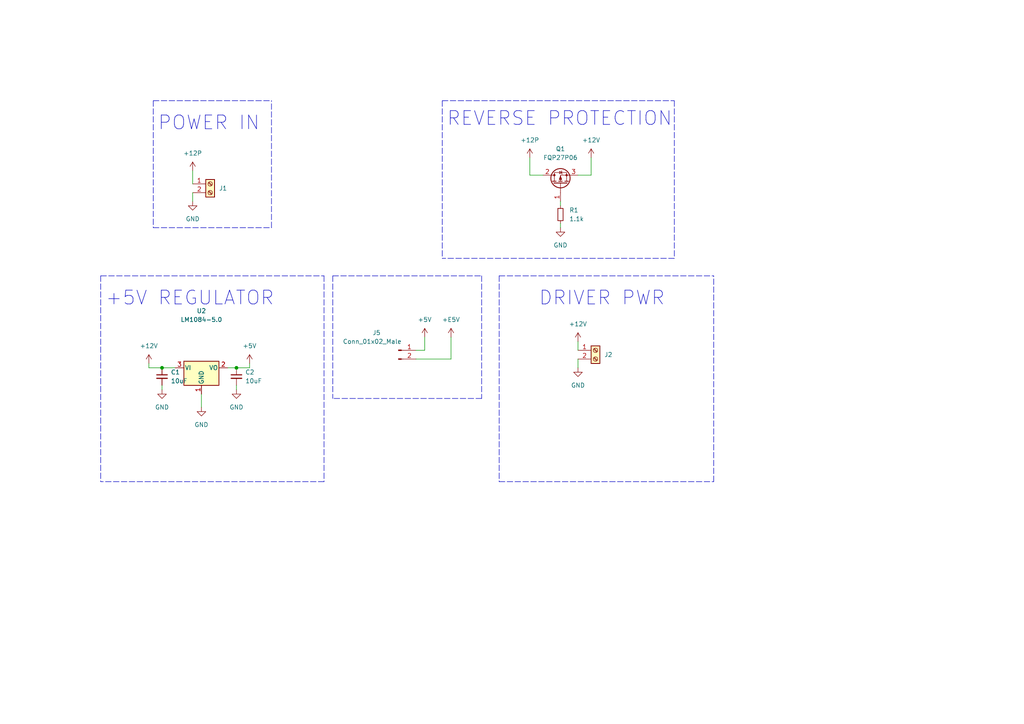
<source format=kicad_sch>
(kicad_sch (version 20211123) (generator eeschema)
  (paper "A4")
  (title_block (title "DOJO_ROBOT") (rev "1") (company "0804") (comment 1 "Drawn by MK"))
  (lib_symbols
    (symbol "Connector:Conn_01x02_Male" (pin_names (offset 1.016) hide)
      (property "Reference" "J" (at 0 2.54 0))
      (property "Value" "Conn_01x02_Male" (at 0 -5.08 0))
      (symbol "Conn_01x02_Male_1_1"
        (polyline (pts (xy 1.27 -2.54) (xy 0.8636 -2.54)) (stroke (width 0.1524)))
        (polyline (pts (xy 1.27 0) (xy 0.8636 0)) (stroke (width 0.1524)))
        (rectangle (start 0.8636 -2.413) (end 0 -2.667) (stroke (width 0.1524)) (fill (type outline)))
        (rectangle (start 0.8636 0.127) (end 0 -0.127) (stroke (width 0.1524)) (fill (type outline)))
        (pin passive line (at 5.08 0 180) (length 3.81) (name "Pin_1") (number "1"))
        (pin passive line (at 5.08 -2.54 180) (length 3.81) (name "Pin_2") (number "2"))
      )
    )
    (symbol "Connector:Screw_Terminal_01x02" (pin_names (offset 1.016) hide)
      (property "Reference" "J" (at 0 2.54 0))
      (property "Value" "Screw_Terminal_01x02" (at 0 -5.08 0))
      (symbol "Screw_Terminal_01x02_1_1"
        (rectangle (start -1.27 1.27) (end 1.27 -3.81) (stroke (width 0.254)) (fill (type background)))
        (circle (center 0 -2.54) (radius 0.635) (stroke (width 0.1524)))
        (polyline (pts (xy -0.5334 -2.2098) (xy 0.3302 -3.048)) (stroke (width 0.1524)))
        (polyline (pts (xy -0.5334 0.3302) (xy 0.3302 -0.508)) (stroke (width 0.1524)))
        (polyline (pts (xy -0.3556 -2.032) (xy 0.508 -2.8702)) (stroke (width 0.1524)))
        (polyline (pts (xy -0.3556 0.508) (xy 0.508 -0.3302)) (stroke (width 0.1524)))
        (circle (center 0 0) (radius 0.635) (stroke (width 0.1524)))
        (pin passive line (at -5.08 0 0) (length 3.81) (name "Pin_1") (number "1"))
        (pin passive line (at -5.08 -2.54 0) (length 3.81) (name "Pin_2") (number "2"))
      )
    )
    (symbol "Device:C_Small" (pin_numbers hide) (pin_names (offset 0.254) hide)
      (property "Reference" "C" (at 0.254 1.778 0))
      (property "Value" "C_Small" (at 0.254 -2.032 0))
      (symbol "C_Small_0_1"
        (polyline (pts (xy -1.524 -0.508) (xy 1.524 -0.508)) (stroke (width 0.3302)))
        (polyline (pts (xy -1.524 0.508) (xy 1.524 0.508)) (stroke (width 0.3048)))
      )
      (symbol "C_Small_1_1"
        (pin passive line (at 0 2.54 270) (length 2.032) (name "~") (number "1"))
        (pin passive line (at 0 -2.54 90) (length 2.032) (name "~") (number "2"))
      )
    )
    (symbol "Device:R_Small" (pin_numbers hide) (pin_names (offset 0.254) hide)
      (property "Reference" "R" (at 0.762 0.508 0))
      (property "Value" "R_Small" (at 0.762 -1.016 0))
      (symbol "R_Small_0_1"
        (rectangle (start -0.762 1.778) (end 0.762 -1.778) (stroke (width 0.2032)))
      )
      (symbol "R_Small_1_1"
        (pin passive line (at 0 2.54 270) (length 0.762) (name "~") (number "1"))
        (pin passive line (at 0 -2.54 90) (length 0.762) (name "~") (number "2"))
      )
    )
    (symbol "Regulator_Linear:LM1084-5.0" (pin_names (offset 0.254))
      (property "Reference" "U" (at -3.81 3.175 0))
      (property "Value" "LM1084-5.0" (at 0 3.175 0))
      (symbol "LM1084-5.0_0_1"
        (rectangle (start -5.08 1.905) (end 5.08 -5.08) (stroke (width 0.254)) (fill (type background)))
      )
      (symbol "LM1084-5.0_1_1"
        (pin power_in line (at 0 -7.62 90) (length 2.54) (name "GND") (number "1"))
        (pin power_out line (at 7.62 0 180) (length 2.54) (name "VO") (number "2"))
        (pin power_in line (at -7.62 0 0) (length 2.54) (name "VI") (number "3"))
      )
    )
    (symbol "Transistor_FET:FQP27P06" (pin_names hide)
      (property "Reference" "Q" (at 5.08 1.905 0))
      (property "Value" "FQP27P06" (at 5.08 0 0))
      (symbol "FQP27P06_0_1"
        (polyline (pts (xy 0.254 0) (xy -2.54 0)))
        (polyline (pts (xy 0.254 1.905) (xy 0.254 -1.905)) (stroke (width 0.254)))
        (polyline (pts (xy 0.762 -1.27) (xy 0.762 -2.286)) (stroke (width 0.254)))
        (polyline (pts (xy 0.762 0.508) (xy 0.762 -0.508)) (stroke (width 0.254)))
        (polyline (pts (xy 0.762 2.286) (xy 0.762 1.27)) (stroke (width 0.254)))
        (polyline (pts (xy 2.54 2.54) (xy 2.54 1.778)))
        (polyline (pts (xy 2.54 -2.54) (xy 2.54 0) (xy 0.762 0)))
        (polyline (pts (xy 0.762 1.778) (xy 3.302 1.778) (xy 3.302 -1.778) (xy 0.762 -1.778)))
        (polyline (pts (xy 2.286 0) (xy 1.27 0.381) (xy 1.27 -0.381) (xy 2.286 0)) (fill (type outline)))
        (polyline (pts (xy 2.794 -0.508) (xy 2.921 -0.381) (xy 3.683 -0.381) (xy 3.81 -0.254)))
        (polyline (pts (xy 3.302 -0.381) (xy 2.921 0.254) (xy 3.683 0.254) (xy 3.302 -0.381)))
        (circle (center 1.651 0) (radius 2.794) (stroke (width 0.254)))
        (circle (center 2.54 -1.778) (radius 0.254) (fill (type outline)))
        (circle (center 2.54 1.778) (radius 0.254) (fill (type outline)))
      )
      (symbol "FQP27P06_1_1"
        (pin input line (at -5.08 0 0) (length 2.54) (name "G") (number "1"))
        (pin passive line (at 2.54 5.08 270) (length 2.54) (name "D") (number "2"))
        (pin passive line (at 2.54 -5.08 90) (length 2.54) (name "S") (number "3"))
      )
    )
    (symbol "Userlibrary:+E5V" (power) (pin_names (offset 0))
      (property "Value" "+E5V" (at 0 5.08 0))
      (symbol "+E5V_0_1"
        (polyline (pts (xy -0.762 1.27) (xy 0 2.54)))
        (polyline (pts (xy 0 0) (xy 0 2.54)))
        (polyline (pts (xy 0 2.54) (xy 0.762 1.27)))
      )
      (symbol "+E5V_1_1"
        (pin power_in line (at 0 0 90) (length 0) hide (name "+E5V") (number "1"))
      )
    )
    (symbol "power:+12P" (power) (pin_names (offset 0))
      (property "Value" "+12P" (at 0 3.556 0))
      (symbol "+12P_0_1"
        (polyline (pts (xy -0.762 1.27) (xy 0 2.54)))
        (polyline (pts (xy 0 0) (xy 0 2.54)))
        (polyline (pts (xy 0 2.54) (xy 0.762 1.27)))
      )
      (symbol "+12P_1_1"
        (pin power_in line (at 0 0 90) (length 0) hide (name "+12P") (number "1"))
      )
    )
    (symbol "power:+12V" (power) (pin_names (offset 0))
      (property "Value" "+12V" (at 0 3.556 0))
      (symbol "+12V_0_1"
        (polyline (pts (xy -0.762 1.27) (xy 0 2.54)))
        (polyline (pts (xy 0 0) (xy 0 2.54)))
        (polyline (pts (xy 0 2.54) (xy 0.762 1.27)))
      )
      (symbol "+12V_1_1"
        (pin power_in line (at 0 0 90) (length 0) hide (name "+12V") (number "1"))
      )
    )
    (symbol "power:+5V" (power) (pin_names (offset 0))
      (property "Value" "+5V" (at 0 3.556 0))
      (symbol "+5V_0_1"
        (polyline (pts (xy -0.762 1.27) (xy 0 2.54)))
        (polyline (pts (xy 0 0) (xy 0 2.54)))
        (polyline (pts (xy 0 2.54) (xy 0.762 1.27)))
      )
      (symbol "+5V_1_1"
        (pin power_in line (at 0 0 90) (length 0) hide (name "+5V") (number "1"))
      )
    )
    (symbol "power:GND" (power) (pin_names (offset 0))
      (property "Value" "GND" (at 0 -3.81 0))
      (symbol "GND_0_1"
        (polyline (pts (xy 0 0) (xy 0 -1.27) (xy 1.27 -1.27) (xy 0 -2.54) (xy -1.27 -1.27) (xy 0 -1.27)))
      )
      (symbol "GND_1_1"
        (pin power_in line (at 0 0 270) (length 0) hide (name "GND") (number "1"))
      )
    )
  )
  (junction (at 68.58 106.68))
  (junction (at 46.99 106.68))
  (wire (pts (xy 43.18 105.41) (xy 43.18 106.68)))
  (wire (pts (xy 162.56 59.69) (xy 162.56 58.42)))
  (polyline (pts (xy 44.45 66.04) (xy 78.74 66.04)))
  (wire (pts (xy 167.64 50.8) (xy 171.45 50.8)))
  (polyline (pts (xy 139.7 115.57) (xy 96.52 115.57)))
  (polyline (pts (xy 29.21 80.01) (xy 93.98 80.01)))
  (polyline (pts (xy 96.52 80.01) (xy 96.52 115.57)))
  (polyline (pts (xy 93.98 139.7) (xy 29.21 139.7)))
  (polyline (pts (xy 195.58 74.93) (xy 128.27 74.93)))
  (polyline (pts (xy 195.58 29.21) (xy 195.58 74.93)))
  (wire (pts (xy 72.39 105.41) (xy 72.39 106.68)))
  (wire (pts (xy 167.64 99.06) (xy 167.64 101.6)))
  (wire (pts (xy 66.04 106.68) (xy 68.58 106.68)))
  (polyline (pts (xy 93.98 80.01) (xy 93.98 139.7)))
  (polyline (pts (xy 29.21 80.01) (xy 29.21 139.7)))
  (polyline (pts (xy 144.78 80.01) (xy 207.01 80.01)))
  (polyline (pts (xy 128.27 29.21) (xy 128.27 74.93)))
  (wire (pts (xy 162.56 66.04) (xy 162.56 64.77)))
  (wire (pts (xy 153.67 50.8) (xy 157.48 50.8)))
  (polyline (pts (xy 44.45 29.21) (xy 78.74 29.21)))
  (polyline (pts (xy 44.45 29.21) (xy 44.45 66.04)))
  (polyline (pts (xy 139.7 80.01) (xy 139.7 115.57)))
  (wire (pts (xy 130.81 104.14) (xy 120.65 104.14)))
  (polyline (pts (xy 207.01 139.7) (xy 207.01 80.01)))
  (polyline (pts (xy 144.78 80.01) (xy 144.78 139.7)))
  (wire (pts (xy 153.67 45.72) (xy 153.67 50.8)))
  (wire (pts (xy 72.39 106.68) (xy 68.58 106.68)))
  (wire (pts (xy 167.64 106.68) (xy 167.64 104.14)))
  (wire (pts (xy 58.42 118.11) (xy 58.42 114.3)))
  (polyline (pts (xy 78.74 66.04) (xy 78.74 29.21)))
  (wire (pts (xy 43.18 106.68) (xy 46.99 106.68)))
  (polyline (pts (xy 128.27 29.21) (xy 195.58 29.21)))
  (polyline (pts (xy 96.52 80.01) (xy 139.7 80.01)))
  (wire (pts (xy 46.99 106.68) (xy 50.8 106.68)))
  (wire (pts (xy 130.81 97.79) (xy 130.81 104.14)))
  (polyline (pts (xy 144.78 139.7) (xy 207.01 139.7)))
  (wire (pts (xy 55.88 58.42) (xy 55.88 55.88)))
  (wire (pts (xy 55.88 49.53) (xy 55.88 53.34)))
  (wire (pts (xy 120.65 101.6) (xy 123.19 101.6)))
  (wire (pts (xy 123.19 101.6) (xy 123.19 97.79)))
  (wire (pts (xy 46.99 113.03) (xy 46.99 111.76)))
  (wire (pts (xy 171.45 50.8) (xy 171.45 45.72)))
  (wire (pts (xy 68.58 113.03) (xy 68.58 111.76)))
  (text "+5V REGULATOR" (at 30.48 88.9 0) (effects (font (size 4 4)) (justify left bottom)))
  (text "REVERSE PROTECTION\n" (at 129.54 36.83 0) (effects (font (size 4 4)) (justify left bottom)))
  (text "DRIVER PWR\n" (at 156.21 88.9 0) (effects (font (size 4 4)) (justify left bottom)))
  (text "POWER IN\n" (at 45.72 38.1 0) (effects (font (size 4 4)) (justify left bottom)))
  (symbol (lib_id "Connector:Screw_Terminal_01x02") (at 172.72 101.6 0) (unit 1)
    (property "Reference" "J2" (at 175.26 102.8699 0) (effects (justify left)))
    (property "Value" "Screw_Terminal_01x02" (effects hide))
    (property "Footprint" "UserLibrary:TerminalBlock_Phoenix_MKDS-1,5-2-5.08_1x02_P5.08mm_Horizontal" (effects hide))
    (property "Nerokas link" "https://store.nerokas.co.ke/index.php?route=product/product&product_id=2056" (effects hide))
  )
  (symbol (lib_id "power:GND") (at 55.88 58.42 0) (unit 1)
    (property "Reference" "#PWR0113" (effects hide))
    (property "Value" "GND" (at 55.88 63.5 0))
  )
  (symbol (lib_id "Transistor_FET:FQP27P06") (at 162.56 53.34 90) (unit 1)
    (property "Reference" "Q1" (at 162.56 43.18 90))
    (property "Value" "FQP27P06" (at 162.56 45.72 90))
    (property "Footprint" "UserLibrary:TO-220-3_Vertical" (effects hide))
    (property "Datasheet" "https://www.onsemi.com/pub/Collateral/FQP27P06-D.PDF" (effects hide))
  )
  (symbol (lib_id "Connector:Screw_Terminal_01x02") (at 60.96 53.34 0) (unit 1)
    (property "Reference" "J1" (at 63.5 54.6099 0) (effects (justify left)))
    (property "Value" "Screw_Terminal_01x02" (effects hide))
    (property "Footprint" "UserLibrary:TerminalBlock_Phoenix_MKDS-1,5-2-5.08_1x02_P5.08mm_Horizontal" (effects hide))
    (property "Nerokas link" "https://store.nerokas.co.ke/index.php?route=product/product&product_id=2056" (effects hide))
  )
  (symbol (lib_id "Connector:Conn_01x02_Male") (at 115.57 101.6 0) (unit 1)
    (property "Reference" "J5" (at 109.22 96.52 0))
    (property "Value" "Conn_01x02_Male" (at 107.95 99.06 0))
    (property "Footprint" "UserLibrary:PinHeader_1x02_P2.54mm_Vertical" (effects hide))
  )
  (symbol (lib_id "Regulator_Linear:LM1084-5.0") (at 58.42 106.68 0) (unit 1)
    (property "Reference" "U2" (at 58.42 90.17 0))
    (property "Value" "LM1084-5.0" (at 58.42 92.71 0))
    (property "Footprint" "UserLibrary:TO-220-3_Vertical" (effects hide))
    (property "Datasheet" "http://www.ti.com/lit/ds/symlink/lm1084.pdf" (effects hide))
    (property "Nerokas link" "https://store.nerokas.co.ke/index.php?route=product/product&product_id=1933&search=LM1084&description=true" (effects hide))
  )
  (symbol (lib_id "power:GND") (at 68.58 113.03 0) (unit 1)
    (property "Reference" "#PWR0117" (effects hide))
    (property "Value" "GND" (at 68.58 118.11 0))
  )
  (symbol (lib_id "power:GND") (at 162.56 66.04 0) (unit 1)
    (property "Reference" "#PWR0110" (effects hide))
    (property "Value" "GND" (at 162.56 71.12 0))
  )
  (symbol (lib_id "power:GND") (at 58.42 118.11 0) (unit 1)
    (property "Reference" "#PWR0115" (effects hide))
    (property "Value" "GND" (at 58.42 123.19 0))
  )
  (symbol (lib_id "power:+5V") (at 123.19 97.79 0) (unit 1)
    (property "Reference" "#PWR02" (effects hide))
    (property "Value" "+5V" (at 123.19 92.71 0))
  )
  (symbol (lib_id "power:GND") (at 167.64 106.68 0) (unit 1)
    (property "Reference" "#PWR0107" (effects hide))
    (property "Value" "GND" (at 167.64 111.76 0))
  )
  (symbol (lib_id "power:GND") (at 46.99 113.03 0) (unit 1)
    (property "Reference" "#PWR0116" (effects hide))
    (property "Value" "GND" (at 46.99 118.11 0))
  )
  (symbol (lib_id "power:+12P") (at 153.67 45.72 0) (unit 1)
    (property "Reference" "#PWR0106" (effects hide))
    (property "Value" "+12P" (at 153.67 40.64 0))
  )
  (symbol (lib_id "Userlibrary:+E5V") (at 130.81 97.79 0) (unit 1)
    (property "Reference" "#PWR03" (effects hide))
    (property "Value" "+E5V" (at 130.81 92.71 0))
  )
  (symbol (lib_id "Device:C_Small") (at 68.58 109.22 0) (unit 1)
    (property "Reference" "C2" (at 71.12 107.9562 0) (effects (justify left)))
    (property "Value" "10uF" (at 71.12 110.4962 0) (effects (justify left)))
    (property "Footprint" "UserLibrary:CP_Radial_D5.0mm_P2.50mm" (effects hide))
    (property "Nerokas link" "https://store.nerokas.co.ke/index.php?route=product/product&product_id=961&search=10uF&description=true" (effects hide))
  )
  (symbol (lib_id "power:+5V") (at 72.39 105.41 0) (unit 1)
    (property "Reference" "#PWR0112" (effects hide))
    (property "Value" "+5V" (at 72.39 100.33 0))
  )
  (symbol (lib_id "power:+12V") (at 43.18 105.41 0) (unit 1)
    (property "Reference" "#PWR0114" (effects hide))
    (property "Value" "+12V" (at 43.18 100.33 0))
  )
  (symbol (lib_id "Device:R_Small") (at 162.56 62.23 0) (unit 1)
    (property "Reference" "R1" (at 165.1 60.9599 0) (effects (justify left)))
    (property "Value" "1.1k" (at 165.1 63.4999 0) (effects (justify left)))
    (property "Footprint" "UserLibrary:R_Axial_DIN0207_L6.3mm_D2.5mm_P10.16mm_Horizontal" (effects hide))
    (property "Nerokas link" "https://store.nerokas.co.ke/index.php?route=product/product&product_id=1565&search=1k+resistor&description=true" (effects hide))
  )
  (symbol (lib_id "power:+12P") (at 55.88 49.53 0) (unit 1)
    (property "Reference" "#PWR0111" (effects hide))
    (property "Value" "+12P" (at 55.88 44.45 0))
  )
  (symbol (lib_id "power:+12V") (at 171.45 45.72 0) (unit 1)
    (property "Reference" "#PWR0109" (effects hide))
    (property "Value" "+12V" (at 171.45 40.64 0))
  )
  (symbol (lib_id "Device:C_Small") (at 46.99 109.22 0) (unit 1)
    (property "Reference" "C1" (at 49.53 107.9562 0) (effects (justify left)))
    (property "Value" "10uF" (at 49.53 110.4962 0) (effects (justify left)))
    (property "Footprint" "UserLibrary:CP_Radial_D5.0mm_P2.50mm" (effects hide))
    (property "Nerokas link" "https://store.nerokas.co.ke/index.php?route=product/product&product_id=961&search=10uF&description=true" (effects hide))
  )
  (symbol (lib_id "power:+12V") (at 167.64 99.06 0) (unit 1)
    (property "Reference" "#PWR0108" (effects hide))
    (property "Value" "+12V" (at 167.64 93.98 0))
  )
)
</source>
